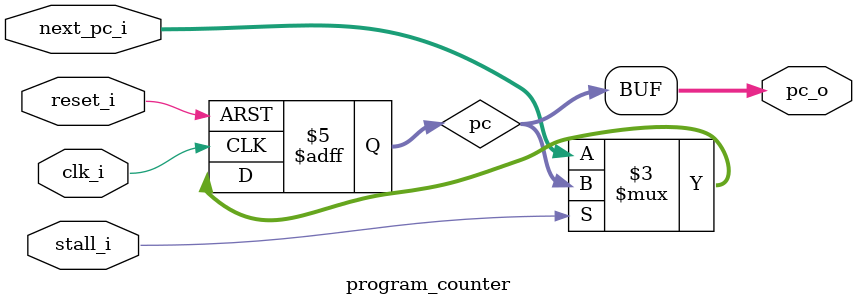
<source format=v>
module program_counter(
    input clk_i,
    input reset_i,
    input stall_i,
    input [31:0] next_pc_i,
    output [31:0] pc_o
    );
reg [31:0] pc;
assign pc_o = pc;

always @ (posedge clk_i or posedge reset_i)
begin
    if (reset_i)    pc <= 'hffff_fffc;
    else if (stall_i) pc <= pc;
    else            pc <= next_pc_i;
end


endmodule

</source>
